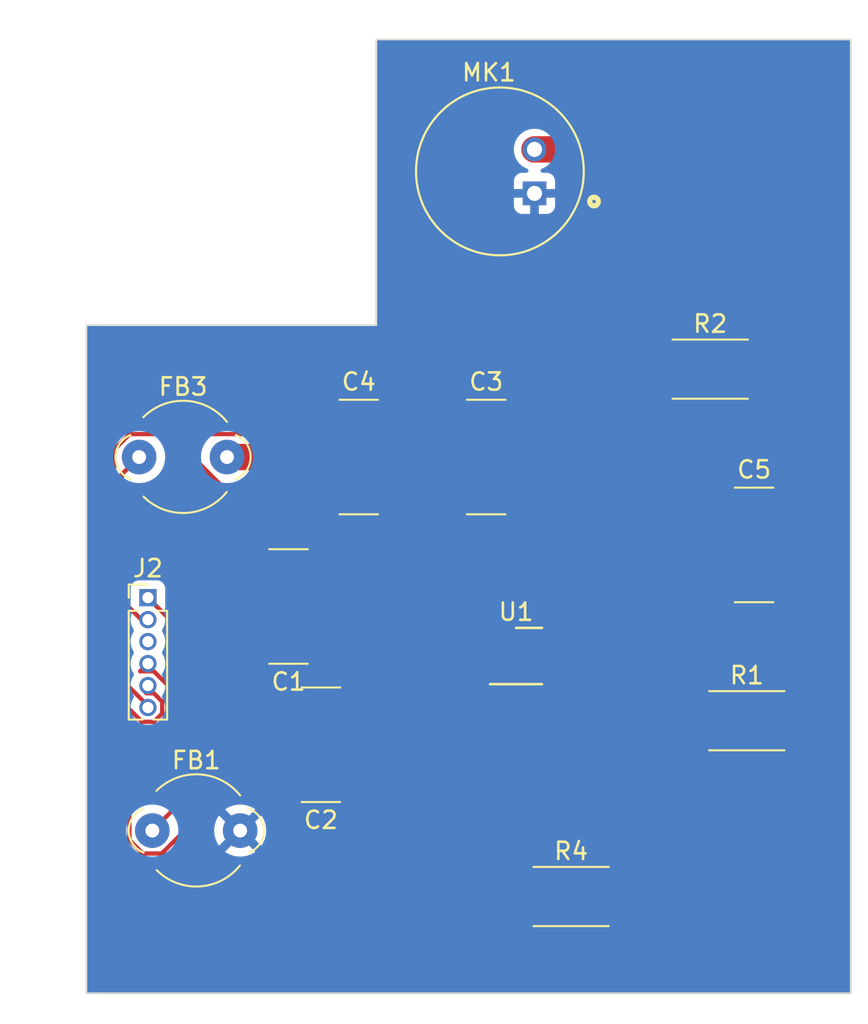
<source format=kicad_pcb>
(kicad_pcb (version 20221018) (generator pcbnew)
  (layers (0 "F.Cu" signal) (31 "B.Cu" signal) (34 "B.Paste" user) (35 "F.Paste" user) (36 "B.SilkS" user "B.Silkscreen") (37 "F.SilkS" user "F.Silkscreen") (38 "B.Mask" user) (39 "F.Mask" user) (44 "Edge.Cuts" user))
  (net 0 "")
  (net 1 "Net-(U1-CT)")
  (net 2 "GND")
  (net 3 "Net-(U1-CG)")
  (net 4 "Net-(U1-BIAS)")
  (net 5 "Net-(U1-MICIN)")
  (net 6 "Net-(C5-Pad2)")
  (net 7 "/GAIN")
  (net 8 "/OUTPUT")
  (net 9 "/A{slash}R")
  (net 10 "Net-(U1-MICBIAS)")
  (net 11 "Net-(U1-TH)")
  (net 12 "Net-(J2-Pin_1)")
  (net 13 "Net-(J2-Pin_2)")
  (net 14 "/VDD")
  (footprint "Capacitor_SMD:C_1825_4564Metric" (layer "F.Cu") (at 177.8 63.5)
    (fp_text reference "C5" (at 0 -4.35) (layer "F.SilkS"))
    (fp_text value "0.1uF")
    (fp_line (start -1.115748 -3.31) (end 1.115748 -3.31) (stroke (width 0.12)) (layer "F.SilkS"))
    (fp_line (start -1.115748 3.31) (end 1.115748 3.31) (stroke (width 0.12)) (layer "F.SilkS"))
    (pad "1" smd roundrect (at -2.05 0) (size 1.4 6.8) (layers "F.Cu" "F.Paste" "F.Mask") (roundrect_rratio 0.178571) (net 5 "Net-(U1-MICIN)"))
    (pad "2" smd roundrect (at 2.05 0) (size 1.4 6.8) (layers "F.Cu" "F.Paste" "F.Mask") (roundrect_rratio 0.178571) (net 6 "Net-(C5-Pad2)"))
  )
  (footprint "Package_DFN_QFN:DFN-14-1EP_3x3mm_P0.4mm_EP1.78x2.35mm" (layer "F.Cu") (at 164.035 69.92)
    (fp_text reference "U1" (at 0 -2.55) (layer "F.SilkS"))
    (fp_text value "MAX9814")
    (fp_line (start -1.5 1.625) (end 1.5 1.625) (stroke (width 0.15)) (layer "F.SilkS"))
    (fp_line (start 0 -1.625) (end 1.5 -1.625) (stroke (width 0.15)) (layer "F.SilkS"))
    (pad "1" smd rect (at -1.475 -1.2) (size 0.7 0.25) (layers "F.Cu" "F.Paste" "F.Mask") (net 1 "Net-(U1-CT)"))
    (pad "2" smd rect (at -1.475 -0.8) (size 0.7 0.25) (layers "F.Cu" "F.Paste" "F.Mask") (net 14 "/VDD"))
    (pad "3" smd rect (at -1.475 -0.4) (size 0.7 0.25) (layers "F.Cu" "F.Paste" "F.Mask") (net 3 "Net-(U1-CG)"))
    (pad "4" smd rect (at -1.475 0) (size 0.7 0.25) (layers "F.Cu" "F.Paste" "F.Mask") (net 2 "GND"))
    (pad "5" smd rect (at -1.475 0.4) (size 0.7 0.25) (layers "F.Cu" "F.Paste" "F.Mask") (net 14 "/VDD"))
    (pad "6" smd rect (at -1.475 0.8) (size 0.7 0.25) (layers "F.Cu" "F.Paste" "F.Mask") (net 8 "/OUTPUT"))
    (pad "7" smd rect (at -1.475 1.2) (size 0.7 0.25) (layers "F.Cu" "F.Paste" "F.Mask") (net 2 "GND"))
    (pad "8" smd rect (at 1.475 1.2) (size 0.7 0.25) (layers "F.Cu" "F.Paste" "F.Mask") (net 5 "Net-(U1-MICIN)"))
    (pad "9" smd rect (at 1.475 0.8) (size 0.7 0.25) (layers "F.Cu" "F.Paste" "F.Mask") (net 9 "/A{slash}R"))
    (pad "10" smd rect (at 1.475 0.4) (size 0.7 0.25) (layers "F.Cu" "F.Paste" "F.Mask") (net 7 "/GAIN"))
    (pad "11" smd rect (at 1.475 0) (size 0.7 0.25) (layers "F.Cu" "F.Paste" "F.Mask") (net 2 "GND"))
    (pad "12" smd rect (at 1.475 -0.4) (size 0.7 0.25) (layers "F.Cu" "F.Paste" "F.Mask") (net 4 "Net-(U1-BIAS)"))
    (pad "13" smd rect (at 1.475 -0.8) (size 0.7 0.25) (layers "F.Cu" "F.Paste" "F.Mask") (net 10 "Net-(U1-MICBIAS)"))
    (pad "14" smd rect (at 1.475 -1.2) (size 0.7 0.25) (layers "F.Cu" "F.Paste" "F.Mask") (net 11 "Net-(U1-TH)"))
    (pad "15" smd rect (at 0 0) (size 1.78 2.35) (layers "F.Cu" "F.Mask") (net 2 "GND"))
  )
  (footprint "Capacitor_SMD:C_1825_4564Metric" (layer "F.Cu") (at 150.876 67.056 180)
    (fp_text reference "C1" (at 0 -4.35) (layer "F.SilkS"))
    (fp_text value "0.1uF")
    (fp_line (start -1.115748 -3.31) (end 1.115748 -3.31) (stroke (width 0.12)) (layer "F.SilkS"))
    (fp_line (start -1.115748 3.31) (end 1.115748 3.31) (stroke (width 0.12)) (layer "F.SilkS"))
    (pad "1" smd roundrect (at -2.05 0 180) (size 1.4 6.8) (layers "F.Cu" "F.Paste" "F.Mask") (roundrect_rratio 0.178571) (net 1 "Net-(U1-CT)"))
    (pad "2" smd roundrect (at 2.05 0 180) (size 1.4 6.8) (layers "F.Cu" "F.Paste" "F.Mask") (roundrect_rratio 0.178571) (net 2 "GND"))
  )
  (footprint "Ferrite_THT:LairdTech_28C0236-0JW-10" (layer "F.Cu") (at 143.002 80.01)
    (fp_text reference "FB1" (at 2.54 -4.064) (layer "F.SilkS"))
    (fp_text value "FerriteBead")
    (fp_arc (start -0.508 1.27) (mid -1.367832 0) (end -0.508 -1.27) (stroke (width 0.12)) (layer "F.SilkS"))
    (fp_arc (start 0.239932 -2.300068) (mid 2.71988 -3.24781) (end 5.08 -2.032) (stroke (width 0.12)) (layer "F.SilkS"))
    (fp_arc (start 5.064465 2.019572) (mid 2.71878 3.227946) (end 0.254 2.286) (stroke (width 0.12)) (layer "F.SilkS"))
    (fp_arc (start 5.588 -1.27) (mid 6.447832 0) (end 5.588 1.27) (stroke (width 0.12)) (layer "F.SilkS"))
    (pad "1" thru_hole circle (at 0 0) (size 2 2) (drill 0.8) (layers "*.Cu" "*.Mask") (net 12 "Net-(J2-Pin_1)"))
    (pad "2" thru_hole circle (at 5.08 0) (size 2 2) (drill 0.8) (layers "*.Cu" "*.Mask") (net 2 "GND"))
  )
  (footprint "Resistor_SMD:R_2512_6332Metric" (layer "F.Cu") (at 175.26 53.34)
    (fp_text reference "R2" (at 0 -2.62) (layer "F.SilkS"))
    (fp_text value "150k")
    (fp_line (start -2.177064 -1.71) (end 2.177064 -1.71) (stroke (width 0.12)) (layer "F.SilkS"))
    (fp_line (start -2.177064 1.71) (end 2.177064 1.71) (stroke (width 0.12)) (layer "F.SilkS"))
    (pad "1" smd roundrect (at -2.9625 0) (size 1.225 3.35) (layers "F.Cu" "F.Paste" "F.Mask") (roundrect_rratio 0.204082) (net 11 "Net-(U1-TH)"))
    (pad "2" smd roundrect (at 2.9625 0) (size 1.225 3.35) (layers "F.Cu" "F.Paste" "F.Mask") (roundrect_rratio 0.204082) (net 10 "Net-(U1-MICBIAS)"))
  )
  (footprint "Capacitor_SMD:C_1825_4564Metric" (layer "F.Cu") (at 162.306 58.42)
    (fp_text reference "C3" (at 0 -4.35) (layer "F.SilkS"))
    (fp_text value "0.47uF")
    (fp_line (start -1.115748 -3.31) (end 1.115748 -3.31) (stroke (width 0.12)) (layer "F.SilkS"))
    (fp_line (start -1.115748 3.31) (end 1.115748 3.31) (stroke (width 0.12)) (layer "F.SilkS"))
    (pad "1" smd roundrect (at -2.05 0) (size 1.4 6.8) (layers "F.Cu" "F.Paste" "F.Mask") (roundrect_rratio 0.178571) (net 4 "Net-(U1-BIAS)"))
    (pad "2" smd roundrect (at 2.05 0) (size 1.4 6.8) (layers "F.Cu" "F.Paste" "F.Mask") (roundrect_rratio 0.178571) (net 2 "GND"))
  )
  (footprint "Ferrite_THT:LairdTech_28C0236-0JW-10" (layer "F.Cu") (at 142.24 58.42)
    (fp_text reference "FB3" (at 2.54 -4.064) (layer "F.SilkS"))
    (fp_text value "FerriteBead")
    (fp_arc (start -0.508 1.27) (mid -1.367832 0) (end -0.508 -1.27) (stroke (width 0.12)) (layer "F.SilkS"))
    (fp_arc (start 0.239932 -2.300068) (mid 2.71988 -3.24781) (end 5.08 -2.032) (stroke (width 0.12)) (layer "F.SilkS"))
    (fp_arc (start 5.064465 2.019572) (mid 2.71878 3.227946) (end 0.254 2.286) (stroke (width 0.12)) (layer "F.SilkS"))
    (fp_arc (start 5.588 -1.27) (mid 6.447832 0) (end 5.588 1.27) (stroke (width 0.12)) (layer "F.SilkS"))
    (pad "1" thru_hole circle (at 0 0) (size 2 2) (drill 0.8) (layers "*.Cu" "*.Mask") (net 13 "Net-(J2-Pin_2)"))
    (pad "2" thru_hole circle (at 5.08 0) (size 2 2) (drill 0.8) (layers "*.Cu" "*.Mask") (net 14 "/VDD"))
  )
  (footprint "Resistor_SMD:R_2512_6332Metric" (layer "F.Cu") (at 167.2175 83.82)
    (fp_text reference "R4" (at 0 -2.62) (layer "F.SilkS"))
    (fp_text value "100k")
    (fp_line (start -2.177064 -1.71) (end 2.177064 -1.71) (stroke (width 0.12)) (layer "F.SilkS"))
    (fp_line (start -2.177064 1.71) (end 2.177064 1.71) (stroke (width 0.12)) (layer "F.SilkS"))
    (pad "1" smd roundrect (at -2.9625 0) (size 1.225 3.35) (layers "F.Cu" "F.Paste" "F.Mask") (roundrect_rratio 0.204082) (net 11 "Net-(U1-TH)"))
    (pad "2" smd roundrect (at 2.9625 0) (size 1.225 3.35) (layers "F.Cu" "F.Paste" "F.Mask") (roundrect_rratio 0.204082) (net 2 "GND"))
  )
  (footprint "Connector_PinHeader_1.27mm:PinHeader_1x06_P1.27mm_Vertical" (layer "F.Cu") (at 142.748 66.548)
    (fp_text reference "J2" (at 0 -1.695) (layer "F.SilkS"))
    (fp_text value "Screw_Terminal_01x06")
    (fp_line (start -1.11 -0.76) (end 0 -0.76) (stroke (width 0.12)) (layer "F.SilkS"))
    (fp_line (start -1.11 0) (end -1.11 -0.76) (stroke (width 0.12)) (layer "F.SilkS"))
    (fp_line (start -1.11 0.76) (end -1.11 7.045) (stroke (width 0.12)) (layer "F.SilkS"))
    (fp_line (start -1.11 0.76) (end -0.563471 0.76) (stroke (width 0.12)) (layer "F.SilkS"))
    (fp_line (start -1.11 7.045) (end -0.30753 7.045) (stroke (width 0.12)) (layer "F.SilkS"))
    (fp_line (start 0.30753 7.045) (end 1.11 7.045) (stroke (width 0.12)) (layer "F.SilkS"))
    (fp_line (start 0.563471 0.76) (end 1.11 0.76) (stroke (width 0.12)) (layer "F.SilkS"))
    (fp_line (start 1.11 0.76) (end 1.11 7.045) (stroke (width 0.12)) (layer "F.SilkS"))
    (pad "1" thru_hole rect (at 0 0) (size 1 1) (drill 0.65) (layers "*.Cu" "*.Mask") (net 12 "Net-(J2-Pin_1)"))
    (pad "2" thru_hole oval (at 0 1.27) (size 1 1) (drill 0.65) (layers "*.Cu" "*.Mask") (net 13 "Net-(J2-Pin_2)"))
    (pad "3" thru_hole oval (at 0 2.54) (size 1 1) (drill 0.65) (layers "*.Cu" "*.Mask") (net 7 "/GAIN"))
    (pad "4" thru_hole oval (at 0 3.81) (size 1 1) (drill 0.65) (layers "*.Cu" "*.Mask") (net 8 "/OUTPUT"))
    (pad "5" thru_hole oval (at 0 5.08) (size 1 1) (drill 0.65) (layers "*.Cu" "*.Mask") (net 9 "/A{slash}R"))
    (pad "6" thru_hole oval (at 0 6.35) (size 1 1) (drill 0.65) (layers "*.Cu" "*.Mask") (net 14 "/VDD"))
  )
  (footprint "Resistor_SMD:R_2512_6332Metric" (layer "F.Cu") (at 177.3775 73.66)
    (fp_text reference "R1" (at 0 -2.62) (layer "F.SilkS"))
    (fp_text value "22k")
    (fp_line (start -2.177064 -1.71) (end 2.177064 -1.71) (stroke (width 0.12)) (layer "F.SilkS"))
    (fp_line (start -2.177064 1.71) (end 2.177064 1.71) (stroke (width 0.12)) (layer "F.SilkS"))
    (pad "1" smd roundrect (at -2.9625 0) (size 1.225 3.35) (layers "F.Cu" "F.Paste" "F.Mask") (roundrect_rratio 0.204082) (net 10 "Net-(U1-MICBIAS)"))
    (pad "2" smd roundrect (at 2.9625 0) (size 1.225 3.35) (layers "F.Cu" "F.Paste" "F.Mask") (roundrect_rratio 0.204082) (net 6 "Net-(C5-Pad2)"))
  )
  (footprint "Capacitor_SMD:C_1825_4564Metric" (layer "F.Cu") (at 152.75 75.05 180)
    (fp_text reference "C2" (at 0 -4.35) (layer "F.SilkS"))
    (fp_text value "22uF")
    (fp_line (start -1.115748 -3.31) (end 1.115748 -3.31) (stroke (width 0.12)) (layer "F.SilkS"))
    (fp_line (start -1.115748 3.31) (end 1.115748 3.31) (stroke (width 0.12)) (layer "F.SilkS"))
    (pad "1" smd roundrect (at -2.05 0 180) (size 1.4 6.8) (layers "F.Cu" "F.Paste" "F.Mask") (roundrect_rratio 0.178571) (net 3 "Net-(U1-CG)"))
    (pad "2" smd roundrect (at 2.05 0 180) (size 1.4 6.8) (layers "F.Cu" "F.Paste" "F.Mask") (roundrect_rratio 0.178571) (net 2 "GND"))
  )
  (footprint "Capacitor_SMD:C_1825_4564Metric" (layer "F.Cu") (at 154.94 58.42)
    (fp_text reference "C4" (at 0 -4.35) (layer "F.SilkS"))
    (fp_text value "2.2uF")
    (fp_line (start -1.115748 -3.31) (end 1.115748 -3.31) (stroke (width 0.12)) (layer "F.SilkS"))
    (fp_line (start -1.115748 3.31) (end 1.115748 3.31) (stroke (width 0.12)) (layer "F.SilkS"))
    (pad "1" smd roundrect (at -2.05 0) (size 1.4 6.8) (layers "F.Cu" "F.Paste" "F.Mask") (roundrect_rratio 0.178571) (net 14 "/VDD"))
    (pad "2" smd roundrect (at 2.05 0) (size 1.4 6.8) (layers "F.Cu" "F.Paste" "F.Mask") (roundrect_rratio 0.178571) (net 2 "GND"))
  )
  (footprint "CMA-4544PF-W:MIC_CMA-4544PF-W" (layer "F.Cu") (at 163.1 41.91)
    (fp_text reference "MK1" (at -0.635215 -5.717015) (layer "F.SilkS") (effects (font (size 1.000354 1.000354))))
    (fp_text value "CMA-4544PF-W")
    (fp_circle (center 0 0) (end 4.85 0) (stroke (width 0.127)) (fill none) (layer "F.SilkS"))
    (fp_circle (center 5.443 1.741) (end 5.543 1.741) (stroke (width 0.3)) (fill none) (layer "F.SilkS"))
    (pad "1" thru_hole rect (at 2 1.27) (size 1.378 1.378) (drill 0.87) (layers "*.Cu" "*.Mask") (net 2 "GND"))
    (pad "2" thru_hole circle (at 2 -1.27) (size 1.378 1.378) (drill 0.87) (layers "*.Cu" "*.Mask") (net 6 "Net-(C5-Pad2)"))
  )
  (gr_line (start 155.956 34.29) (end 155.956 50.8) (stroke (width 0.1)) (layer "Edge.Cuts"))
  (gr_line (start 183.388 89.408) (end 139.192 89.408) (stroke (width 0.1)) (layer "Edge.Cuts"))
  (gr_line (start 155.956 50.8) (end 139.954 50.8) (stroke (width 0.1)) (layer "Edge.Cuts"))
  (gr_line (start 183.388 34.29) (end 157.988 34.29) (stroke (width 0.1)) (layer "Edge.Cuts"))
  (gr_line (start 183.388 89.408) (end 183.388 34.29) (stroke (width 0.1)) (layer "Edge.Cuts"))
  (gr_line (start 139.192 89.408) (end 139.192 50.8) (stroke (width 0.1)) (layer "Edge.Cuts"))
  (gr_line (start 139.954 50.8) (end 139.192 50.8) (stroke (width 0.1)) (layer "Edge.Cuts"))
  (gr_line (start 157.988 34.29) (end 155.956 34.29) (stroke (width 0.1)) (layer "Edge.Cuts"))
  (segment (start 153.18 67.31) (end 161.2 67.31) (width 0.25) (layer "F.Cu") (net 1))
  (segment (start 152.926 67.056) (end 153.18 67.31) (width 0.25) (layer "F.Cu") (net 1))
  (segment (start 161.2 67.31) (end 162.56 68.67) (width 0.25) (layer "F.Cu") (net 1))
  (segment (start 155.924 74.676) (end 161.08 69.52) (width 0.25) (layer "F.Cu") (net 3))
  (segment (start 154.958 74.676) (end 155.924 74.676) (width 0.25) (layer "F.Cu") (net 3))
  (segment (start 161.08 69.52) (end 161.885 69.52) (width 0.25) (layer "F.Cu") (net 3))
  (segment (start 160.256 58.42) (end 160.256 60.18) (width 0.25) (layer "F.Cu") (net 4))
  (segment (start 166.878 68.834) (end 166.192 69.52) (width 0.25) (layer "F.Cu") (net 4))
  (segment (start 166.878 66.802) (end 166.878 68.834) (width 0.25) (layer "F.Cu") (net 4))
  (segment (start 160.256 60.18) (end 166.878 66.802) (width 0.25) (layer "F.Cu") (net 4))
  (segment (start 166.192 69.52) (end 166.185 69.52) (width 0.25) (layer "F.Cu") (net 4))
  (segment (start 171.267 56.9781) (end 173.3845 54.8606) (width 0.25) (layer "F.Cu") (net 5))
  (segment (start 173.3845 51.8194) (end 172.9051 51.34) (width 0.25) (layer "F.Cu") (net 5))
  (segment (start 173.3845 54.8606) (end 173.3845 51.8194) (width 0.25) (layer "F.Cu") (net 5))
  (segment (start 176.075 74.877) (end 175.292 75.66) (width 0.25) (layer "F.Cu") (net 5))
  (segment (start 175.292 75.66) (end 173.8074 75.66) (width 0.25) (layer "F.Cu") (net 5))
  (segment (start 173.8074 75.66) (end 171.267 73.1196) (width 0.25) (layer "F.Cu") (net 5))
  (segment (start 165.1 71.58) (end 165.51 71.17) (width 0.25) (layer "F.Cu") (net 5))
  (segment (start 176.075 64.3125) (end 176.075 74.877) (width 0.25) (layer "F.Cu") (net 5))
  (segment (start 172.9051 51.34) (end 171.6899 51.34) (width 0.25) (layer "F.Cu") (net 5))
  (segment (start 171.6899 51.34) (end 168.91 54.1199) (width 0.25) (layer "F.Cu") (net 5))
  (segment (start 165.1 72.898) (end 165.1 71.58) (width 0.25) (layer "F.Cu") (net 5))
  (segment (start 168.783 72.898) (end 165.1 72.898) (width 0.25) (layer "F.Cu") (net 5))
  (segment (start 168.91 54.1199) (end 168.91 72.771) (width 0.25) (layer "F.Cu") (net 5))
  (segment (start 168.91 72.771) (end 168.783 72.898) (width 0.25) (layer "F.Cu") (net 5))
  (segment (start 175.2625 63.5) (end 176.075 64.3125) (width 0.25) (layer "F.Cu") (net 5))
  (segment (start 171.267 73.1196) (end 171.267 56.9781) (width 0.25) (layer "F.Cu") (net 5))
  (segment (start 180.34 63.5025) (end 180.3375 63.5) (width 1.524) (layer "F.Cu") (net 6))
  (segment (start 180.3375 40.6425) (end 180.3375 63.5) (width 1.524) (layer "F.Cu") (net 6))
  (segment (start 180.34 40.64) (end 180.3375 40.6425) (width 1.524) (layer "F.Cu") (net 6))
  (segment (start 165.1 40.64) (end 180.34 40.64) (width 1.524) (layer "F.Cu") (net 6))
  (segment (start 180.34 73.66) (end 180.34 63.5025) (width 1.524) (layer "F.Cu") (net 6))
  (segment (start 140.3 81.55) (end 143.05 84.3) (width 0.25) (layer "F.Cu") (net 8))
  (segment (start 142.219877 74.173) (end 140.576438 72.529562) (width 0.25) (layer "F.Cu") (net 8))
  (segment (start 144.023 71.736273) (end 144.023 73.426123) (width 0.25) (layer "F.Cu") (net 8))
  (segment (start 144.023 73.426123) (end 143.276123 74.173) (width 0.25) (layer "F.Cu") (net 8))
  (segment (start 142.303 70.803) (end 143.089727 70.803) (width 0.25) (layer "F.Cu") (net 8))
  (segment (start 140.3 72.806) (end 140.3 81.55) (width 0.25) (layer "F.Cu") (net 8))
  (segment (start 142.748 70.358) (end 142.303 70.803) (width 0.25) (layer "F.Cu") (net 8))
  (segment (start 140.576438 72.529562) (end 140.3 72.806) (width 0.25) (layer "F.Cu") (net 8))
  (segment (start 161.2 71.405) (end 161.885 70.72) (width 0.25) (layer "F.Cu") (net 8))
  (segment (start 157.7 84.3) (end 161.2 80.8) (width 0.25) (layer "F.Cu") (net 8))
  (segment (start 143.05 84.3) (end 157.7 84.3) (width 0.25) (layer "F.Cu") (net 8))
  (segment (start 161.2 80.8) (end 161.2 71.405) (width 0.25) (layer "F.Cu") (net 8))
  (segment (start 143.276123 74.173) (end 142.219877 74.173) (width 0.25) (layer "F.Cu") (net 8))
  (segment (start 143.089727 70.803) (end 144.023 71.736273) (width 0.25) (layer "F.Cu") (net 8))
  (segment (start 142.748 71.628) (end 142.482834 71.893166) (width 0.25) (layer "F.Cu") (net 9))
  (segment (start 142.482834 71.893166) (end 142.662668 72.073) (width 0.25) (layer "F.Cu") (net 9))
  (segment (start 140.34 57.809771) (end 143.454771 54.695) (width 0.25) (layer "F.Cu") (net 9))
  (segment (start 140.34 71.656727) (end 140.34 57.809771) (width 0.25) (layer "F.Cu") (net 9))
  (segment (start 143.089727 73.723) (end 142.406273 73.723) (width 0.25) (layer "F.Cu") (net 9))
  (segment (start 143.089727 72.073) (end 143.573 72.556273) (width 0.25) (layer "F.Cu") (net 9))
  (segment (start 143.573 73.239727) (end 143.089727 73.723) (width 0.25) (layer "F.Cu") (net 9))
  (segment (start 142.748 71.628) (end 142.748 71.374) (width 0.25) (layer "F.Cu") (net 9))
  (segment (start 167.328 69.527) (end 166.185 70.67) (width 0.25) (layer "F.Cu") (net 9))
  (segment (start 167.328 66.615604) (end 167.328 69.527) (width 0.25) (layer "F.Cu") (net 9))
  (segment (start 142.662668 72.073) (end 143.089727 72.073) (width 0.25) (layer "F.Cu") (net 9))
  (segment (start 143.454771 54.695) (end 166.37 54.695) (width 0.25) (layer "F.Cu") (net 9))
  (segment (start 166.37 54.695) (end 166.37 65.657604) (width 0.25) (layer "F.Cu") (net 9))
  (segment (start 143.573 72.556273) (end 143.573 73.239727) (width 0.25) (layer "F.Cu") (net 9))
  (segment (start 166.37 65.657604) (end 167.328 66.615604) (width 0.25) (layer "F.Cu") (net 9))
  (segment (start 142.406273 73.723) (end 140.34 71.656727) (width 0.25) (layer "F.Cu") (net 9))
  (segment (start 174.415 73.66) (end 172.72 71.965) (width 1.524) (layer "F.Cu") (net 10))
  (segment (start 172.72 71.965) (end 172.72 58.8425) (width 1.524) (layer "F.Cu") (net 10))
  (segment (start 172.72 58.8425) (end 178.2225 53.34) (width 1.524) (layer "F.Cu") (net 10))
  (segment (start 170.18 77.895) (end 164.255 83.82) (width 1.524) (layer "F.Cu") (net 11))
  (segment (start 170.18 55.4575) (end 170.18 77.895) (width 1.524) (layer "F.Cu") (net 11))
  (segment (start 172.2975 53.34) (end 170.18 55.4575) (width 1.524) (layer "F.Cu") (net 11))
  (segment (start 145.93 77.082) (end 145.93 69.73) (width 0.25) (layer "F.Cu") (net 12))
  (segment (start 145.93 69.73) (end 142.748 66.548) (width 0.25) (layer "F.Cu") (net 12))
  (segment (start 143.002 80.01) (end 145.93 77.082) (width 0.25) (layer "F.Cu") (net 12))
  (segment (start 141.24 66.69) (end 141.24 59.42) (width 0.25) (layer "F.Cu") (net 13))
  (segment (start 142.368 67.818) (end 141.24 66.69) (width 0.25) (layer "F.Cu") (net 13))
  (segment (start 141.24 59.42) (end 142.24 58.42) (width 0.25) (layer "F.Cu") (net 13))
  (segment (start 142.748 67.818) (end 142.368 67.818) (width 0.25) (layer "F.Cu") (net 13))
  (segment (start 160.75 71.218604) (end 161.718604 70.25) (width 0.25) (layer "F.Cu") (net 14))
  (segment (start 143.550833 81.335) (end 142.453167 81.335) (width 0.25) (layer "F.Cu") (net 14))
  (segment (start 151.5531 65.363) (end 149.5211 63.331) (width 0.25) (layer "F.Cu") (net 14))
  (segment (start 141.691167 57.095) (end 144.018 57.095) (width 0.25) (layer "F.Cu") (net 14))
  (segment (start 141.677 80.558833) (end 141.677 76.408519) (width 0.25) (layer "F.Cu") (net 14))
  (segment (start 142.453167 81.335) (end 141.677 80.558833) (width 0.25) (layer "F.Cu") (net 14))
  (segment (start 151.5531 70.951) (end 157.173 70.951) (width 0.25) (layer "F.Cu") (net 14))
  (segment (start 160.75 80.613604) (end 160.75 71.218604) (width 0.25) (layer "F.Cu") (net 14))
  (segment (start 152.4025 58.42) (end 147.32 58.42) (width 1.524) (layer "F.Cu") (net 14))
  (segment (start 157.173 70.951) (end 159.054 69.07) (width 0.25) (layer "F.Cu") (net 14))
  (segment (start 141.677 76.408519) (end 140.75 77.335519) (width 0.25) (layer "F.Cu") (net 14))
  (segment (start 146.38 63.929604) (end 146.38 78.505833) (width 0.25) (layer "F.Cu") (net 14))
  (segment (start 151.5531 64.6301) (end 151.5531 70.6) (width 0.25) (layer "F.Cu") (net 14))
  (segment (start 157.513604 83.85) (end 160.75 80.613604) (width 0.25) (layer "F.Cu") (net 14))
  (segment (start 161.718604 70.25) (end 161.885 70.25) (width 0.25) (layer "F.Cu") (net 14))
  (segment (start 140.79 57.996167) (end 141.691167 57.095) (width 0.25) (layer "F.Cu") (net 14))
  (segment (start 140.75 81.363604) (end 143.236396 83.85) (width 0.25) (layer "F.Cu") (net 14))
  (segment (start 142.851273 72.898) (end 140.79 70.836727) (width 0.25) (layer "F.Cu") (net 14))
  (segment (start 151.5531 70.6) (end 151.5531 65.363) (width 0.25) (layer "F.Cu") (net 14))
  (segment (start 140.79 70.836727) (end 140.79 57.996167) (width 0.25) (layer "F.Cu") (net 14))
  (segment (start 144.018 57.095) (end 151.5531 64.6301) (width 0.25) (layer "F.Cu") (net 14))
  (segment (start 149.5211 63.331) (end 146.978604 63.331) (width 0.25) (layer "F.Cu") (net 14))
  (segment (start 146.38 78.505833) (end 143.550833 81.335) (width 0.25) (layer "F.Cu") (net 14))
  (segment (start 144.018 57.095) (end 151.565 57.095) (width 0.25) (layer "F.Cu") (net 14))
  (segment (start 142.748 72.898) (end 142.851273 72.898) (width 0.25) (layer "F.Cu") (net 14))
  (segment (start 140.75 77.335519) (end 140.75 81.363604) (width 0.25) (layer "F.Cu") (net 14))
  (segment (start 143.236396 83.85) (end 157.513604 83.85) (width 0.25) (layer "F.Cu") (net 14))
  (segment (start 146.978604 63.331) (end 146.38 63.929604) (width 0.25) (layer "F.Cu") (net 14))
  (segment (start 151.565 57.095) (end 152.89 58.42) (width 0.25) (layer "F.Cu") (net 14))
  (segment (start 151.5531 70.6) (end 151.5531 70.951) (width 0.25) (layer "F.Cu") (net 14))
  (segment (start 159.054 69.07) (end 161.885 69.07) (width 0.25) (layer "F.Cu") (net 14))
  (zone (net 2) (net_name "GND") (layer "B.Cu") (connect_pads (clearance 0.5)) (min_thickness 0.25) (fill yes (thermal_gap 0.5) (thermal_bridge_width 0.5))
    (polygon (pts (xy 184.404 32.004) (xy 153.924 32.512) (xy 154.178 48.514) (xy 136.906 49.53) (xy 137.414 91.186) (xy 184.404 91.186)))
  )
)
</source>
